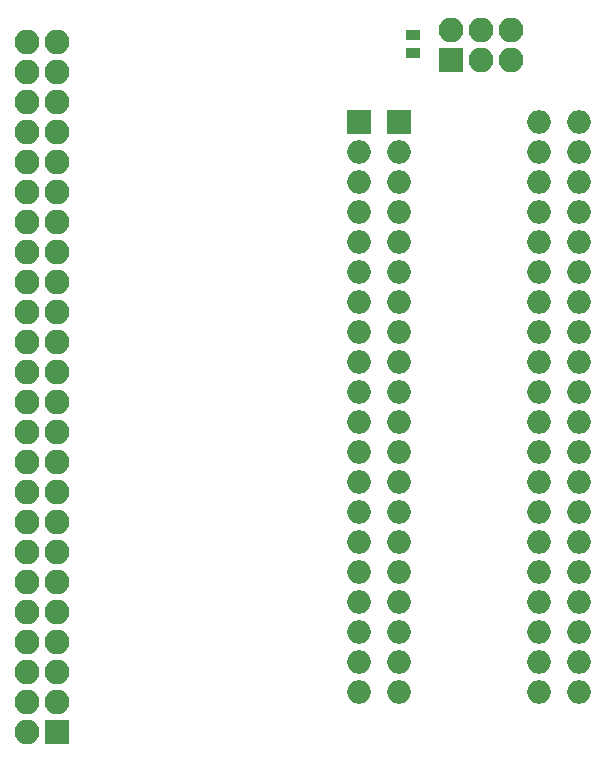
<source format=gbr>
G04 #@! TF.FileFunction,Soldermask,Top*
%FSLAX46Y46*%
G04 Gerber Fmt 4.6, Leading zero omitted, Abs format (unit mm)*
G04 Created by KiCad (PCBNEW 4.0.7) date 07/31/18 16:14:13*
%MOMM*%
%LPD*%
G01*
G04 APERTURE LIST*
%ADD10C,0.100000*%
%ADD11R,2.000000X2.000000*%
%ADD12O,2.000000X2.000000*%
%ADD13R,2.100000X2.100000*%
%ADD14O,2.100000X2.100000*%
%ADD15R,1.300000X0.900000*%
G04 APERTURE END LIST*
D10*
D11*
X79560000Y-80170000D03*
D12*
X94800000Y-128430000D03*
X79560000Y-82710000D03*
X94800000Y-125890000D03*
X79560000Y-85250000D03*
X94800000Y-123350000D03*
X79560000Y-87790000D03*
X94800000Y-120810000D03*
X79560000Y-90330000D03*
X94800000Y-118270000D03*
X79560000Y-92870000D03*
X94800000Y-115730000D03*
X79560000Y-95410000D03*
X94800000Y-113190000D03*
X79560000Y-97950000D03*
X94800000Y-110650000D03*
X79560000Y-100490000D03*
X94800000Y-108110000D03*
X79560000Y-103030000D03*
X94800000Y-105570000D03*
X79560000Y-105570000D03*
X94800000Y-103030000D03*
X79560000Y-108110000D03*
X94800000Y-100490000D03*
X79560000Y-110650000D03*
X94800000Y-97950000D03*
X79560000Y-113190000D03*
X94800000Y-95410000D03*
X79560000Y-115730000D03*
X94800000Y-92870000D03*
X79560000Y-118270000D03*
X94800000Y-90330000D03*
X79560000Y-120810000D03*
X94800000Y-87790000D03*
X79560000Y-123350000D03*
X94800000Y-85250000D03*
X79560000Y-125890000D03*
X94800000Y-82710000D03*
X79560000Y-128430000D03*
X94800000Y-80170000D03*
D13*
X53980000Y-131830000D03*
D14*
X51440000Y-131830000D03*
X53980000Y-129290000D03*
X51440000Y-129290000D03*
X53980000Y-126750000D03*
X51440000Y-126750000D03*
X53980000Y-124210000D03*
X51440000Y-124210000D03*
X53980000Y-121670000D03*
X51440000Y-121670000D03*
X53980000Y-119130000D03*
X51440000Y-119130000D03*
X53980000Y-116590000D03*
X51440000Y-116590000D03*
X53980000Y-114050000D03*
X51440000Y-114050000D03*
X53980000Y-111510000D03*
X51440000Y-111510000D03*
X53980000Y-108970000D03*
X51440000Y-108970000D03*
X53980000Y-106430000D03*
X51440000Y-106430000D03*
X53980000Y-103890000D03*
X51440000Y-103890000D03*
X53980000Y-101350000D03*
X51440000Y-101350000D03*
X53980000Y-98810000D03*
X51440000Y-98810000D03*
X53980000Y-96270000D03*
X51440000Y-96270000D03*
X53980000Y-93730000D03*
X51440000Y-93730000D03*
X53980000Y-91190000D03*
X51440000Y-91190000D03*
X53980000Y-88650000D03*
X51440000Y-88650000D03*
X53980000Y-86110000D03*
X51440000Y-86110000D03*
X53980000Y-83570000D03*
X51440000Y-83570000D03*
X53980000Y-81030000D03*
X51440000Y-81030000D03*
X53980000Y-78490000D03*
X51440000Y-78490000D03*
X53980000Y-75950000D03*
X51440000Y-75950000D03*
X53980000Y-73410000D03*
X51440000Y-73410000D03*
D13*
X87370000Y-74940000D03*
D14*
X87370000Y-72400000D03*
X89910000Y-74940000D03*
X89910000Y-72400000D03*
X92450000Y-74940000D03*
X92450000Y-72400000D03*
D15*
X84160000Y-72820000D03*
X84160000Y-74320000D03*
D11*
X82970000Y-80170000D03*
D12*
X98210000Y-128430000D03*
X82970000Y-82710000D03*
X98210000Y-125890000D03*
X82970000Y-85250000D03*
X98210000Y-123350000D03*
X82970000Y-87790000D03*
X98210000Y-120810000D03*
X82970000Y-90330000D03*
X98210000Y-118270000D03*
X82970000Y-92870000D03*
X98210000Y-115730000D03*
X82970000Y-95410000D03*
X98210000Y-113190000D03*
X82970000Y-97950000D03*
X98210000Y-110650000D03*
X82970000Y-100490000D03*
X98210000Y-108110000D03*
X82970000Y-103030000D03*
X98210000Y-105570000D03*
X82970000Y-105570000D03*
X98210000Y-103030000D03*
X82970000Y-108110000D03*
X98210000Y-100490000D03*
X82970000Y-110650000D03*
X98210000Y-97950000D03*
X82970000Y-113190000D03*
X98210000Y-95410000D03*
X82970000Y-115730000D03*
X98210000Y-92870000D03*
X82970000Y-118270000D03*
X98210000Y-90330000D03*
X82970000Y-120810000D03*
X98210000Y-87790000D03*
X82970000Y-123350000D03*
X98210000Y-85250000D03*
X82970000Y-125890000D03*
X98210000Y-82710000D03*
X82970000Y-128430000D03*
X98210000Y-80170000D03*
M02*

</source>
